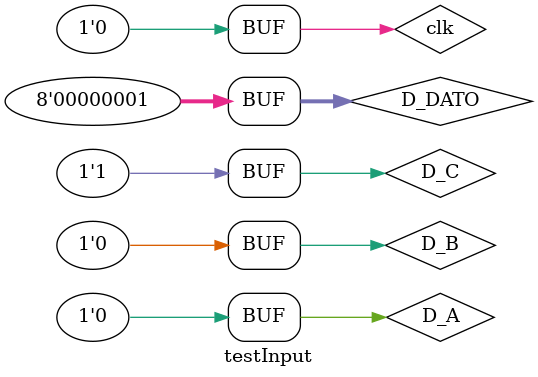
<source format=v>
`timescale 1ns / 1ps

module testInput;
  parameter NB_D = 8;

    /* Datos */
  reg clk;
  reg D_A;
  reg D_B;
  reg D_C;
  reg [NB_D - 1:0] D_DATO;
  //reg      [5       :0] O_P;
  wire     [NB_D - 1:0] FO;

  INPUT myINPUT (.DATO(D_DATO), .EA(D_A), .EB(D_B), .EC(D_C) , .F(FO), .CLOCK(clk));
/* Se realiza la operacion deseada */
initial
  begin
    D_A = 1'b0;
    D_B = 1'b0;
    D_C = 1'b0;
    clk = 0;
    //O_P = 6'b100000;
    #10 
    clk = 1;
    
    #10 
    D_DATO = 8'b00000011;
    D_A = 1'b1;
    //D_C = 1'b1;
    
    #10 
    clk = 0;
    D_A = 0;
    D_B = 1;
    
    #10 
    clk = 1;
    
    #20 
    clk = 0;
    #10 
    D_B = 0;
    D_B = 0;
    D_DATO = 8'b00000001;
    D_C = 1;   
    
    #10 
    clk = 1;
    
    #20 
    clk = 0;
    
  end
  
  //initial $monitor($
    initial $monitor($time, D_A, D_B, D_C, D_DATO, FO);
endmodule

</source>
